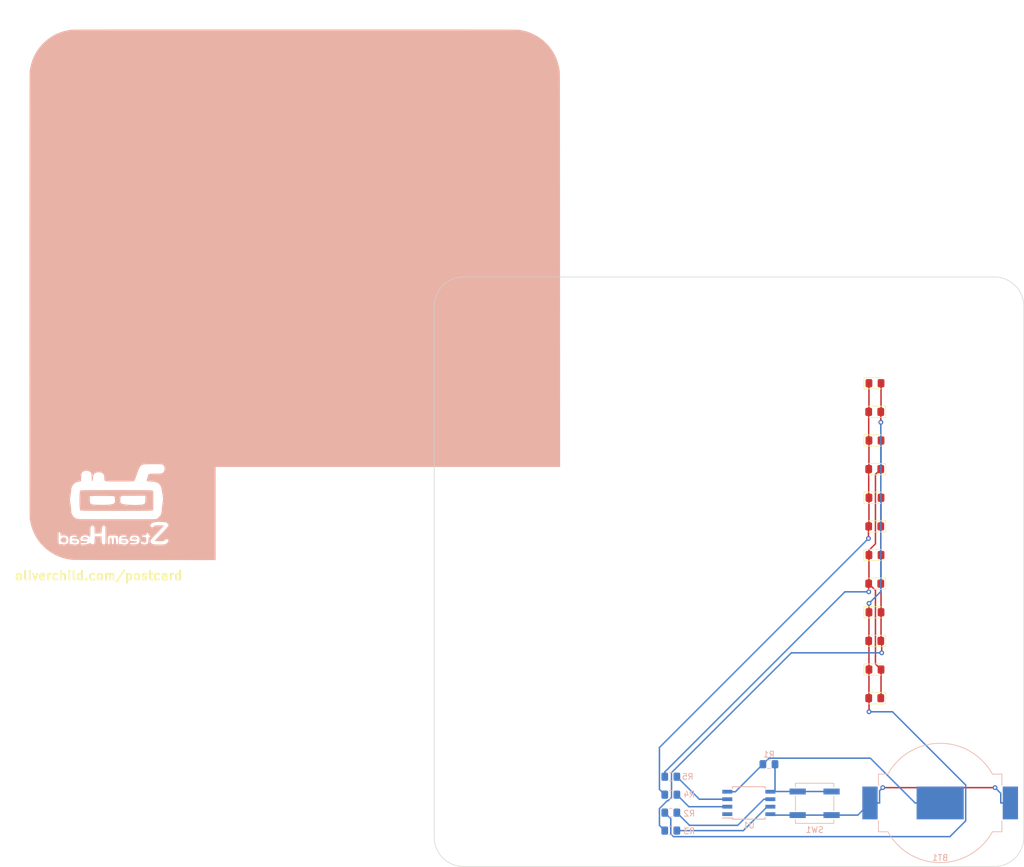
<source format=kicad_pcb>
(kicad_pcb (version 20171130) (host pcbnew "(5.1.12)-1")
  (layers (0 F.Cu signal) (31 B.Cu signal) (34 B.Paste user hide) (35 F.Paste user hide) (36 B.SilkS user hide) (37 F.SilkS user hide) (38 B.Mask user hide) (39 F.Mask user hide) (44 Edge.Cuts user))
  (net 0 "")
  (net 1 Earth)
  (net 2 VDD)
  (net 3 "Net-(D1-Pad1)")
  (net 4 "Net-(D1-Pad2)")
  (net 5 "Net-(D2-Pad1)")
  (net 6 "Net-(D10-Pad2)")
  (net 7 "Net-(R1-Pad1)")
  (net 8 "Net-(R2-Pad2)")
  (net 9 "Net-(R3-Pad2)")
  (net 10 "Net-(R4-Pad2)")
  (net 11 "Net-(R5-Pad2)")
  (net 12 "Net-(U1-Pad1)")
  (module Battery:BatteryHolder_MPD_BC2003_1x2032 (layer B.Cu) (at 159.475 136.2)
    (fp_text reference BT1 (at 0 9.29) (layer B.SilkS) (effects (justify mirror)))
    (fp_text value Battery)
    (pad 1 smd rect (at -11.905 0) (size 2.6 5.56) (layers B.Cu B.Paste B.Mask) (net 2 VDD))
    (pad 1 smd rect (at 11.905 0) (size 2.6 5.56) (layers B.Cu B.Paste B.Mask) (net 2 VDD))
    (pad 2 smd rect (at 0 0) (size 8 5.56) (layers B.Cu B.Paste B.Mask) (net 1 Earth))
  )
  (module LED_SMD:LED_0805_2012Metric_Pad1.15x1.40mm_HandSolder (layer F.Cu) (at 148.375 108.717 180)
    (fp_text reference D1 hide)
    (fp_text value LED hide)
    (pad 1 smd roundrect (at -1.025 0 180) (size 1.15 1.4) (layers F.Cu F.Paste F.Mask) (roundrect_rratio 0.217391) (net 3 "Net-(D1-Pad1)"))
    (pad 2 smd roundrect (at 1.025 0 180) (size 1.15 1.4) (layers F.Cu F.Paste F.Mask) (roundrect_rratio 0.217391) (net 4 "Net-(D1-Pad2)"))
  )
  (module LED_SMD:LED_0805_2012Metric_Pad1.15x1.40mm_HandSolder (layer F.Cu) (at 148.42 84.4355)
    (fp_text reference D2 hide)
    (fp_text value LED hide)
    (pad 1 smd roundrect (at -1.025 0) (size 1.15 1.4) (layers F.Cu F.Paste F.Mask) (roundrect_rratio 0.217391) (net 5 "Net-(D2-Pad1)"))
    (pad 2 smd roundrect (at 1.025 0) (size 1.15 1.4) (layers F.Cu F.Paste F.Mask) (roundrect_rratio 0.217391) (net 3 "Net-(D1-Pad1)"))
  )
  (module LED_SMD:LED_0805_2012Metric_Pad1.15x1.40mm_HandSolder (layer F.Cu) (at 148.375 79.5791 180)
    (fp_text reference D3 hide)
    (fp_text value LED hide)
    (pad 1 smd roundrect (at -1.025 0 180) (size 1.15 1.4) (layers F.Cu F.Paste F.Mask) (roundrect_rratio 0.217391) (net 6 "Net-(D10-Pad2)"))
    (pad 2 smd roundrect (at 1.025 0 180) (size 1.15 1.4) (layers F.Cu F.Paste F.Mask) (roundrect_rratio 0.217391) (net 5 "Net-(D2-Pad1)"))
  )
  (module LED_SMD:LED_0805_2012Metric_Pad1.15x1.40mm_HandSolder (layer F.Cu) (at 148.42 103.861)
    (fp_text reference D4 hide)
    (fp_text value LED hide)
    (pad 2 smd roundrect (at 1.025 0) (size 1.15 1.4) (layers F.Cu F.Paste F.Mask) (roundrect_rratio 0.217391) (net 3 "Net-(D1-Pad1)"))
    (pad 1 smd roundrect (at -1.025 0) (size 1.15 1.4) (layers F.Cu F.Paste F.Mask) (roundrect_rratio 0.217391) (net 4 "Net-(D1-Pad2)"))
  )
  (module LED_SMD:LED_0805_2012Metric_Pad1.15x1.40mm_HandSolder (layer F.Cu) (at 148.375 89.2918 180)
    (fp_text reference D5 hide)
    (fp_text value LED hide)
    (pad 2 smd roundrect (at 1.025 0 180) (size 1.15 1.4) (layers F.Cu F.Paste F.Mask) (roundrect_rratio 0.217391) (net 5 "Net-(D2-Pad1)"))
    (pad 1 smd roundrect (at -1.025 0 180) (size 1.15 1.4) (layers F.Cu F.Paste F.Mask) (roundrect_rratio 0.217391) (net 3 "Net-(D1-Pad1)"))
  )
  (module LED_SMD:LED_0805_2012Metric_Pad1.15x1.40mm_HandSolder (layer F.Cu) (at 148.42 74.7227)
    (fp_text reference D6 hide)
    (fp_text value LED hide)
    (pad 2 smd roundrect (at 1.025 0) (size 1.15 1.4) (layers F.Cu F.Paste F.Mask) (roundrect_rratio 0.217391) (net 6 "Net-(D10-Pad2)"))
    (pad 1 smd roundrect (at -1.025 0) (size 1.15 1.4) (layers F.Cu F.Paste F.Mask) (roundrect_rratio 0.217391) (net 5 "Net-(D2-Pad1)"))
  )
  (module LED_SMD:LED_0805_2012Metric_Pad1.15x1.40mm_HandSolder (layer F.Cu) (at 148.42 65.01)
    (fp_text reference D7 hide)
    (fp_text value LED hide)
    (pad 1 smd roundrect (at -1.025 0) (size 1.15 1.4) (layers F.Cu F.Paste F.Mask) (roundrect_rratio 0.217391) (net 5 "Net-(D2-Pad1)"))
    (pad 2 smd roundrect (at 1.025 0) (size 1.15 1.4) (layers F.Cu F.Paste F.Mask) (roundrect_rratio 0.217391) (net 4 "Net-(D1-Pad2)"))
  )
  (module LED_SMD:LED_0805_2012Metric_Pad1.15x1.40mm_HandSolder (layer F.Cu) (at 148.375 69.8664 180)
    (fp_text reference D8 hide)
    (fp_text value LED hide)
    (pad 2 smd roundrect (at 1.025 0 180) (size 1.15 1.4) (layers F.Cu F.Paste F.Mask) (roundrect_rratio 0.217391) (net 5 "Net-(D2-Pad1)"))
    (pad 1 smd roundrect (at -1.025 0 180) (size 1.15 1.4) (layers F.Cu F.Paste F.Mask) (roundrect_rratio 0.217391) (net 4 "Net-(D1-Pad2)"))
  )
  (module LED_SMD:LED_0805_2012Metric_Pad1.15x1.40mm_HandSolder (layer F.Cu) (at 148.375 118.43 180)
    (fp_text reference D9 hide)
    (fp_text value LED hide)
    (pad 1 smd roundrect (at -1.025 0 180) (size 1.15 1.4) (layers F.Cu F.Paste F.Mask) (roundrect_rratio 0.217391) (net 6 "Net-(D10-Pad2)"))
    (pad 2 smd roundrect (at 1.025 0 180) (size 1.15 1.4) (layers F.Cu F.Paste F.Mask) (roundrect_rratio 0.217391) (net 4 "Net-(D1-Pad2)"))
  )
  (module LED_SMD:LED_0805_2012Metric_Pad1.15x1.40mm_HandSolder (layer F.Cu) (at 148.42 113.574)
    (fp_text reference D10 hide)
    (fp_text value LED hide)
    (pad 2 smd roundrect (at 1.025 0) (size 1.15 1.4) (layers F.Cu F.Paste F.Mask) (roundrect_rratio 0.217391) (net 6 "Net-(D10-Pad2)"))
    (pad 1 smd roundrect (at -1.025 0) (size 1.15 1.4) (layers F.Cu F.Paste F.Mask) (roundrect_rratio 0.217391) (net 4 "Net-(D1-Pad2)"))
  )
  (module LED_SMD:LED_0805_2012Metric_Pad1.15x1.40mm_HandSolder (layer F.Cu) (at 148.42 94.1482)
    (fp_text reference D11 hide)
    (fp_text value LED hide)
    (pad 1 smd roundrect (at -1.025 0) (size 1.15 1.4) (layers F.Cu F.Paste F.Mask) (roundrect_rratio 0.217391) (net 6 "Net-(D10-Pad2)"))
    (pad 2 smd roundrect (at 1.025 0) (size 1.15 1.4) (layers F.Cu F.Paste F.Mask) (roundrect_rratio 0.217391) (net 3 "Net-(D1-Pad1)"))
  )
  (module LED_SMD:LED_0805_2012Metric_Pad1.15x1.40mm_HandSolder (layer F.Cu) (at 148.375 99.0045 180)
    (fp_text reference D12 hide)
    (fp_text value LED hide)
    (pad 2 smd roundrect (at 1.025 0 180) (size 1.15 1.4) (layers F.Cu F.Paste F.Mask) (roundrect_rratio 0.217391) (net 6 "Net-(D10-Pad2)"))
    (pad 1 smd roundrect (at -1.025 0 180) (size 1.15 1.4) (layers F.Cu F.Paste F.Mask) (roundrect_rratio 0.217391) (net 3 "Net-(D1-Pad1)"))
  )
  (module Resistor_SMD:R_0805_2012Metric_Pad1.15x1.40mm_HandSolder (layer B.Cu) (at 130.435 129.63 180)
    (fp_text reference R1 (at 0 1.65 180) (layer B.SilkS) (effects (justify mirror)))
    (fp_text value R)
    (pad 2 smd roundrect (at 1.025 0 180) (size 1.15 1.4) (layers B.Cu B.Paste B.Mask) (roundrect_rratio 0.217391) (net 1 Earth))
    (pad 1 smd roundrect (at -1.025 0 180) (size 1.15 1.4) (layers B.Cu B.Paste B.Mask) (roundrect_rratio 0.217391) (net 7 "Net-(R1-Pad1)"))
  )
  (module Resistor_SMD:R_0805_2012Metric_Pad1.15x1.40mm_HandSolder (layer B.Cu) (at 113.785 137.843)
    (fp_text reference R2 (at 3.125 0.146668) (layer B.SilkS) (effects (justify mirror)))
    (fp_text value R)
    (pad 1 smd roundrect (at -1.025 0) (size 1.15 1.4) (layers B.Cu B.Paste B.Mask) (roundrect_rratio 0.217391) (net 4 "Net-(D1-Pad2)"))
    (pad 2 smd roundrect (at 1.025 0) (size 1.15 1.4) (layers B.Cu B.Paste B.Mask) (roundrect_rratio 0.217391) (net 8 "Net-(R2-Pad2)"))
  )
  (module Resistor_SMD:R_0805_2012Metric_Pad1.15x1.40mm_HandSolder (layer B.Cu) (at 113.785 140.89)
    (fp_text reference R3 (at 3.125 0.1) (layer B.SilkS) (effects (justify mirror)))
    (fp_text value R)
    (pad 2 smd roundrect (at 1.025 0) (size 1.15 1.4) (layers B.Cu B.Paste B.Mask) (roundrect_rratio 0.217391) (net 9 "Net-(R3-Pad2)"))
    (pad 1 smd roundrect (at -1.025 0) (size 1.15 1.4) (layers B.Cu B.Paste B.Mask) (roundrect_rratio 0.217391) (net 3 "Net-(D1-Pad1)"))
  )
  (module Resistor_SMD:R_0805_2012Metric_Pad1.15x1.40mm_HandSolder (layer B.Cu) (at 113.785 134.797)
    (fp_text reference R4 (at 3.125 -0.056666) (layer B.SilkS) (effects (justify mirror)))
    (fp_text value R)
    (pad 1 smd roundrect (at -1.025 0) (size 1.15 1.4) (layers B.Cu B.Paste B.Mask) (roundrect_rratio 0.217391) (net 5 "Net-(D2-Pad1)"))
    (pad 2 smd roundrect (at 1.025 0) (size 1.15 1.4) (layers B.Cu B.Paste B.Mask) (roundrect_rratio 0.217391) (net 10 "Net-(R4-Pad2)"))
  )
  (module Resistor_SMD:R_0805_2012Metric_Pad1.15x1.40mm_HandSolder (layer B.Cu) (at 113.785 131.75)
    (fp_text reference R5 (at 2.875 -0.01) (layer B.SilkS) (effects (justify mirror)))
    (fp_text value R)
    (pad 2 smd roundrect (at 1.025 0) (size 1.15 1.4) (layers B.Cu B.Paste B.Mask) (roundrect_rratio 0.217391) (net 11 "Net-(R5-Pad2)"))
    (pad 1 smd roundrect (at -1.025 0) (size 1.15 1.4) (layers B.Cu B.Paste B.Mask) (roundrect_rratio 0.217391) (net 6 "Net-(D10-Pad2)"))
  )
  (module Button_Switch_SMD:SW_SPST_B3SL-1002P (layer B.Cu) (at 138.18 136.26)
    (fp_text reference SW1 (at 0 4.5) (layer B.SilkS) (effects (justify mirror)))
    (fp_text value SW_Push)
    (pad 2 smd rect (at -2.875 -2) (size 2.75 1) (layers B.Cu B.Paste B.Mask) (net 7 "Net-(R1-Pad1)"))
    (pad 2 smd rect (at 2.875 -2) (size 2.75 1) (layers B.Cu B.Paste B.Mask) (net 7 "Net-(R1-Pad1)"))
    (pad 1 smd rect (at 2.875 2) (size 2.75 1) (layers B.Cu B.Paste B.Mask) (net 2 VDD))
    (pad 1 smd rect (at -2.875 2) (size 2.75 1) (layers B.Cu B.Paste B.Mask) (net 2 VDD))
  )
  (module Package_SO:SOIJ-8_5.3x5.3mm_P1.27mm (layer B.Cu) (at 127.02 136.2)
    (fp_text reference U1 (at 0 3.79) (layer B.SilkS) (effects (justify mirror)))
    (fp_text value ATtiny85-20SU)
    (pad 8 smd rect (at 3.65 1.905) (size 1.7 0.65) (layers B.Cu B.Paste B.Mask) (net 2 VDD))
    (pad 7 smd rect (at 3.65 0.635) (size 1.7 0.65) (layers B.Cu B.Paste B.Mask) (net 9 "Net-(R3-Pad2)"))
    (pad 6 smd rect (at 3.65 -0.635) (size 1.7 0.65) (layers B.Cu B.Paste B.Mask) (net 8 "Net-(R2-Pad2)"))
    (pad 5 smd rect (at 3.65 -1.905) (size 1.7 0.65) (layers B.Cu B.Paste B.Mask) (net 7 "Net-(R1-Pad1)"))
    (pad 4 smd rect (at -3.65 -1.905) (size 1.7 0.65) (layers B.Cu B.Paste B.Mask) (net 1 Earth))
    (pad 3 smd rect (at -3.65 -0.635) (size 1.7 0.65) (layers B.Cu B.Paste B.Mask) (net 11 "Net-(R5-Pad2)"))
    (pad 2 smd rect (at -3.65 0.635) (size 1.7 0.65) (layers B.Cu B.Paste B.Mask) (net 10 "Net-(R4-Pad2)"))
    (pad 1 smd rect (at -3.65 1.905) (size 1.7 0.65) (layers B.Cu B.Paste B.Mask) (net 12 "Net-(U1-Pad1)"))
  )
  (module lib:smallsoldermask (layer F.Cu) (at 50 50)
    (fp_text reference G***_2 hide)
    (fp_text value LOGO hide)
  )
  (module lib:shsz (layer F.Cu) (at 50 50)
    (fp_text reference G*** hide)
    (fp_text value LOGO hide)
  )
  (gr_text oliverchild.com/postcard (at 16.73 97.64) (layer F.SilkS) (effects (font (size 1.5 1.5) (thickness 0.3))))
  (gr_line (start 78.66 46.99) (end 168.66 46.99) (layer Edge.Cuts) (width 0.1))
  (gr_line (start 73.66 141.99) (end 73.66 51.99) (layer Edge.Cuts) (width 0.1))
  (gr_line (start 168.66 146.99) (end 78.66 146.99) (layer Edge.Cuts) (width 0.1))
  (gr_line (start 173.66 51.99) (end 173.66 141.99) (layer Edge.Cuts) (width 0.1))
  (gr_arc (start 168.66 141.99) (end 168.66 146.99) (angle -90) (layer Edge.Cuts) (width 0.1))
  (gr_arc (start 168.66 51.99) (end 173.66 51.99) (angle -90) (layer Edge.Cuts) (width 0.1))
  (gr_arc (start 78.66 51.99) (end 78.66 46.99) (angle -90) (layer Edge.Cuts) (width 0.1))
  (gr_arc (start 78.66 141.99) (end 73.66 141.99) (angle -90) (layer Edge.Cuts) (width 0.1))
  (segment (start 123.37 134.295) (end 124.745 134.295) (width 0.25) (layer B.Cu) (net 1))
  (segment (start 124.745 134.295) (end 129.41 129.63) (width 0.25) (layer B.Cu) (net 1))
  (segment (start 129.41 129.63) (end 130.435 128.605) (width 0.25) (layer B.Cu) (net 1))
  (segment (start 130.435 128.605) (end 147.63 128.605) (width 0.25) (layer B.Cu) (net 1))
  (segment (start 147.63 128.605) (end 155.225 136.2) (width 0.25) (layer B.Cu) (net 1))
  (segment (start 155.225 136.2) (end 159.475 136.2) (width 0.25) (layer B.Cu) (net 1))
  (segment (start 147.57 136.2) (end 149.1951 136.2) (width 0.25) (layer B.Cu) (net 2))
  (segment (start 168.7813 133.6013) (end 149.7396 133.6013) (width 0.25) (layer F.Cu) (net 2))
  (segment (start 149.1951 136.2) (end 149.1951 134.1458) (width 0.25) (layer B.Cu) (net 2))
  (segment (start 149.1951 134.1458) (end 149.7396 133.6013) (width 0.25) (layer B.Cu) (net 2))
  (segment (start 171.38 136.2) (end 169.7549 136.2) (width 0.25) (layer B.Cu) (net 2))
  (segment (start 168.7813 133.6013) (end 169.7549 134.5749) (width 0.25) (layer B.Cu) (net 2))
  (segment (start 169.7549 134.5749) (end 169.7549 136.2) (width 0.25) (layer B.Cu) (net 2))
  (segment (start 141.055 138.26) (end 145.51 138.26) (width 0.25) (layer B.Cu) (net 2))
  (segment (start 145.51 138.26) (end 147.57 136.2) (width 0.25) (layer B.Cu) (net 2))
  (segment (start 135.305 138.26) (end 130.825 138.26) (width 0.25) (layer B.Cu) (net 2))
  (segment (start 130.825 138.26) (end 130.67 138.105) (width 0.25) (layer B.Cu) (net 2))
  (segment (start 141.055 138.26) (end 135.305 138.26) (width 0.25) (layer B.Cu) (net 2))
  (via (at 168.7813 133.6013) (size 0.8) (layers F.Cu B.Cu) (net 2))
  (via (at 149.7396 133.6013) (size 0.8) (layers F.Cu B.Cu) (net 2))
  (segment (start 149.56 108.877) (end 149.4 108.717) (width 0.25) (layer F.Cu) (net 3))
  (segment (start 149.64 108.957) (end 149.56 108.877) (width 0.25) (layer F.Cu) (net 3))
  (segment (start 149.56 110.74) (end 149.56 108.877) (width 0.25) (layer F.Cu) (net 3))
  (segment (start 149.56 108.877) (end 149.4 108.717) (width 0.25) (layer F.Cu) (net 3))
  (segment (start 112.76 140.89) (end 111.86 139.99) (width 0.25) (layer B.Cu) (net 3))
  (segment (start 111.86 139.99) (end 111.86 137.155) (width 0.25) (layer B.Cu) (net 3))
  (segment (start 111.86 137.155) (end 113.193 135.822) (width 0.25) (layer B.Cu) (net 3))
  (segment (start 113.193 135.822) (end 113.323 135.822) (width 0.25) (layer B.Cu) (net 3))
  (segment (start 113.323 135.822) (end 113.91 135.235) (width 0.25) (layer B.Cu) (net 3))
  (segment (start 113.91 135.235) (end 113.91 131.062) (width 0.25) (layer B.Cu) (net 3))
  (segment (start 113.91 131.062) (end 134.232 110.74) (width 0.25) (layer B.Cu) (net 3))
  (segment (start 134.232 110.74) (end 149.56 110.74) (width 0.25) (layer B.Cu) (net 3))
  (segment (start 149.445 103.861) (end 149.445 99.0495) (width 0.25) (layer F.Cu) (net 3))
  (segment (start 149.445 99.0495) (end 149.4 99.0045) (width 0.25) (layer F.Cu) (net 3))
  (segment (start 149.445 103.861) (end 149.445 108.672) (width 0.25) (layer F.Cu) (net 3))
  (segment (start 149.445 108.672) (end 149.4 108.717) (width 0.25) (layer F.Cu) (net 3))
  (segment (start 149.445 94.1482) (end 149.445 98.9595) (width 0.25) (layer F.Cu) (net 3))
  (segment (start 149.445 98.9595) (end 149.4 99.0045) (width 0.25) (layer F.Cu) (net 3))
  (segment (start 149.4 89.2918) (end 149.4 94.1032) (width 0.25) (layer F.Cu) (net 3))
  (segment (start 149.4 94.1032) (end 149.445 94.1482) (width 0.25) (layer F.Cu) (net 3))
  (segment (start 149.445 84.4355) (end 149.445 89.2468) (width 0.25) (layer F.Cu) (net 3))
  (segment (start 149.445 89.2468) (end 149.4 89.2918) (width 0.25) (layer F.Cu) (net 3))
  (via (at 149.56 110.74) (size 0.8) (layers F.Cu B.Cu) (net 3))
  (segment (start 147.41 120.74) (end 147.41 118.49) (width 0.25) (layer F.Cu) (net 4))
  (segment (start 147.41 118.49) (end 147.35 118.43) (width 0.25) (layer F.Cu) (net 4))
  (segment (start 112.76 137.843) (end 113.785 138.868) (width 0.25) (layer B.Cu) (net 4))
  (segment (start 113.785 138.868) (end 113.785 141.453) (width 0.25) (layer B.Cu) (net 4))
  (segment (start 113.785 141.453) (end 114.247 141.915) (width 0.25) (layer B.Cu) (net 4))
  (segment (start 114.247 141.915) (end 161.125 141.915) (width 0.25) (layer B.Cu) (net 4))
  (segment (start 161.125 141.915) (end 163.8 139.24) (width 0.25) (layer B.Cu) (net 4))
  (segment (start 163.8 139.24) (end 163.8 133.16) (width 0.25) (layer B.Cu) (net 4))
  (segment (start 163.8 133.16) (end 151.38 120.74) (width 0.25) (layer B.Cu) (net 4))
  (segment (start 151.38 120.74) (end 147.41 120.74) (width 0.25) (layer B.Cu) (net 4))
  (segment (start 149.41 71.64) (end 149.41 69.8764) (width 0.25) (layer F.Cu) (net 4))
  (segment (start 149.41 69.8764) (end 149.4 69.8664) (width 0.25) (layer F.Cu) (net 4))
  (segment (start 147.41 102.34) (end 149.41 100.34) (width 0.25) (layer B.Cu) (net 4))
  (segment (start 149.41 100.34) (end 149.41 71.64) (width 0.25) (layer B.Cu) (net 4))
  (segment (start 147.395 103.861) (end 147.395 102.355) (width 0.25) (layer F.Cu) (net 4))
  (segment (start 147.395 102.355) (end 147.41 102.34) (width 0.25) (layer F.Cu) (net 4))
  (segment (start 147.12 118.66) (end 147.35 118.43) (width 0.25) (layer F.Cu) (net 4))
  (segment (start 149.37 69.8964) (end 149.4 69.8664) (width 0.25) (layer F.Cu) (net 4))
  (segment (start 147.395 113.574) (end 147.395 108.762) (width 0.25) (layer F.Cu) (net 4))
  (segment (start 147.395 108.762) (end 147.35 108.717) (width 0.25) (layer F.Cu) (net 4))
  (segment (start 147.395 113.574) (end 147.395 118.385) (width 0.25) (layer F.Cu) (net 4))
  (segment (start 147.395 118.385) (end 147.35 118.43) (width 0.25) (layer F.Cu) (net 4))
  (segment (start 147.395 103.861) (end 147.395 108.672) (width 0.25) (layer F.Cu) (net 4))
  (segment (start 147.395 108.672) (end 147.35 108.717) (width 0.25) (layer F.Cu) (net 4))
  (segment (start 149.445 65.01) (end 149.445 69.8214) (width 0.25) (layer F.Cu) (net 4))
  (segment (start 149.445 69.8214) (end 149.4 69.8664) (width 0.25) (layer F.Cu) (net 4))
  (via (at 147.41 120.74) (size 0.8) (layers F.Cu B.Cu) (net 4))
  (via (at 149.41 71.64) (size 0.8) (layers F.Cu B.Cu) (net 4))
  (via (at 147.41 102.34) (size 0.8) (layers F.Cu B.Cu) (net 4))
  (segment (start 147.31 89.3318) (end 147.35 89.2918) (width 0.25) (layer F.Cu) (net 5))
  (segment (start 147.23 89.4118) (end 147.31 89.3318) (width 0.25) (layer F.Cu) (net 5))
  (segment (start 147.31 91.34) (end 147.31 89.3318) (width 0.25) (layer F.Cu) (net 5))
  (segment (start 147.31 89.3318) (end 147.35 89.2918) (width 0.25) (layer F.Cu) (net 5))
  (segment (start 112.76 134.797) (end 111.86 133.897) (width 0.25) (layer B.Cu) (net 5))
  (segment (start 111.86 133.897) (end 111.86 126.79) (width 0.25) (layer B.Cu) (net 5))
  (segment (start 111.86 126.79) (end 147.31 91.34) (width 0.25) (layer B.Cu) (net 5))
  (segment (start 147.395 84.4355) (end 147.395 89.2468) (width 0.25) (layer F.Cu) (net 5))
  (segment (start 147.395 89.2468) (end 147.35 89.2918) (width 0.25) (layer F.Cu) (net 5))
  (segment (start 147.35 79.5791) (end 147.35 84.3905) (width 0.25) (layer F.Cu) (net 5))
  (segment (start 147.35 84.3905) (end 147.395 84.4355) (width 0.25) (layer F.Cu) (net 5))
  (segment (start 147.395 74.7227) (end 147.395 79.5341) (width 0.25) (layer F.Cu) (net 5))
  (segment (start 147.395 79.5341) (end 147.35 79.5791) (width 0.25) (layer F.Cu) (net 5))
  (segment (start 147.35 69.8664) (end 147.35 74.6777) (width 0.25) (layer F.Cu) (net 5))
  (segment (start 147.35 74.6777) (end 147.395 74.7227) (width 0.25) (layer F.Cu) (net 5))
  (segment (start 147.395 65.01) (end 147.395 69.8214) (width 0.25) (layer F.Cu) (net 5))
  (segment (start 147.395 69.8214) (end 147.35 69.8664) (width 0.25) (layer F.Cu) (net 5))
  (via (at 147.31 91.34) (size 0.8) (layers F.Cu B.Cu) (net 5))
  (segment (start 112.76 131.75) (end 112.76 130.95) (width 0.25) (layer B.Cu) (net 6))
  (segment (start 112.76 130.95) (end 143.32 100.39) (width 0.25) (layer B.Cu) (net 6))
  (segment (start 143.32 100.39) (end 147.36 100.39) (width 0.25) (layer B.Cu) (net 6))
  (segment (start 147.35 99.0045) (end 147.35 100.38) (width 0.25) (layer F.Cu) (net 6))
  (segment (start 147.35 100.38) (end 147.36 100.39) (width 0.25) (layer F.Cu) (net 6))
  (segment (start 147.395 94.1482) (end 147.395 93.3482) (width 0.25) (layer F.Cu) (net 6))
  (segment (start 147.395 93.3482) (end 148.5 92.2432) (width 0.25) (layer F.Cu) (net 6))
  (segment (start 148.5 92.2432) (end 148.5 80.4791) (width 0.25) (layer F.Cu) (net 6))
  (segment (start 148.5 80.4791) (end 148.777 80.2025) (width 0.25) (layer F.Cu) (net 6))
  (segment (start 148.777 80.2025) (end 149.4 79.5791) (width 0.25) (layer F.Cu) (net 6))
  (segment (start 149.445 113.574) (end 148.5 112.629) (width 0.25) (layer F.Cu) (net 6))
  (segment (start 148.5 112.629) (end 148.5 100.155) (width 0.25) (layer F.Cu) (net 6))
  (segment (start 148.5 100.155) (end 147.973 99.6279) (width 0.25) (layer F.Cu) (net 6))
  (segment (start 147.973 99.6279) (end 147.35 99.0045) (width 0.25) (layer F.Cu) (net 6))
  (segment (start 149.445 113.574) (end 149.445 118.385) (width 0.25) (layer F.Cu) (net 6))
  (segment (start 149.445 118.385) (end 149.4 118.43) (width 0.25) (layer F.Cu) (net 6))
  (segment (start 147.395 94.1482) (end 147.395 98.9595) (width 0.25) (layer F.Cu) (net 6))
  (segment (start 147.395 98.9595) (end 147.35 99.0045) (width 0.25) (layer F.Cu) (net 6))
  (segment (start 149.445 74.7227) (end 149.445 79.5341) (width 0.25) (layer F.Cu) (net 6))
  (segment (start 149.445 79.5341) (end 149.4 79.5791) (width 0.25) (layer F.Cu) (net 6))
  (via (at 147.36 100.39) (size 0.8) (layers F.Cu B.Cu) (net 6))
  (segment (start 130.67 134.295) (end 131.195 134.295) (width 0.25) (layer B.Cu) (net 7))
  (segment (start 131.195 134.295) (end 131.46 134.03) (width 0.25) (layer B.Cu) (net 7))
  (segment (start 131.46 134.03) (end 131.46 129.63) (width 0.25) (layer B.Cu) (net 7))
  (segment (start 135.305 134.26) (end 130.705 134.26) (width 0.25) (layer B.Cu) (net 7))
  (segment (start 130.705 134.26) (end 130.67 134.295) (width 0.25) (layer B.Cu) (net 7))
  (segment (start 141.055 134.26) (end 135.305 134.26) (width 0.25) (layer B.Cu) (net 7))
  (segment (start 130.67 135.565) (end 129.57 135.565) (width 0.25) (layer B.Cu) (net 8))
  (segment (start 129.57 135.565) (end 125.135 140) (width 0.25) (layer B.Cu) (net 8))
  (segment (start 125.135 140) (end 116.967 140) (width 0.25) (layer B.Cu) (net 8))
  (segment (start 116.967 140) (end 114.81 137.843) (width 0.25) (layer B.Cu) (net 8))
  (segment (start 130.67 136.835) (end 130.145 136.835) (width 0.25) (layer B.Cu) (net 9))
  (segment (start 130.145 136.835) (end 126.09 140.89) (width 0.25) (layer B.Cu) (net 9))
  (segment (start 126.09 140.89) (end 114.81 140.89) (width 0.25) (layer B.Cu) (net 9))
  (segment (start 123.37 136.835) (end 116.848 136.835) (width 0.25) (layer B.Cu) (net 10))
  (segment (start 116.848 136.835) (end 114.81 134.797) (width 0.25) (layer B.Cu) (net 10))
  (segment (start 123.37 135.565) (end 118.625 135.565) (width 0.25) (layer B.Cu) (net 11))
  (segment (start 118.625 135.565) (end 114.81 131.75) (width 0.25) (layer B.Cu) (net 11))
)
</source>
